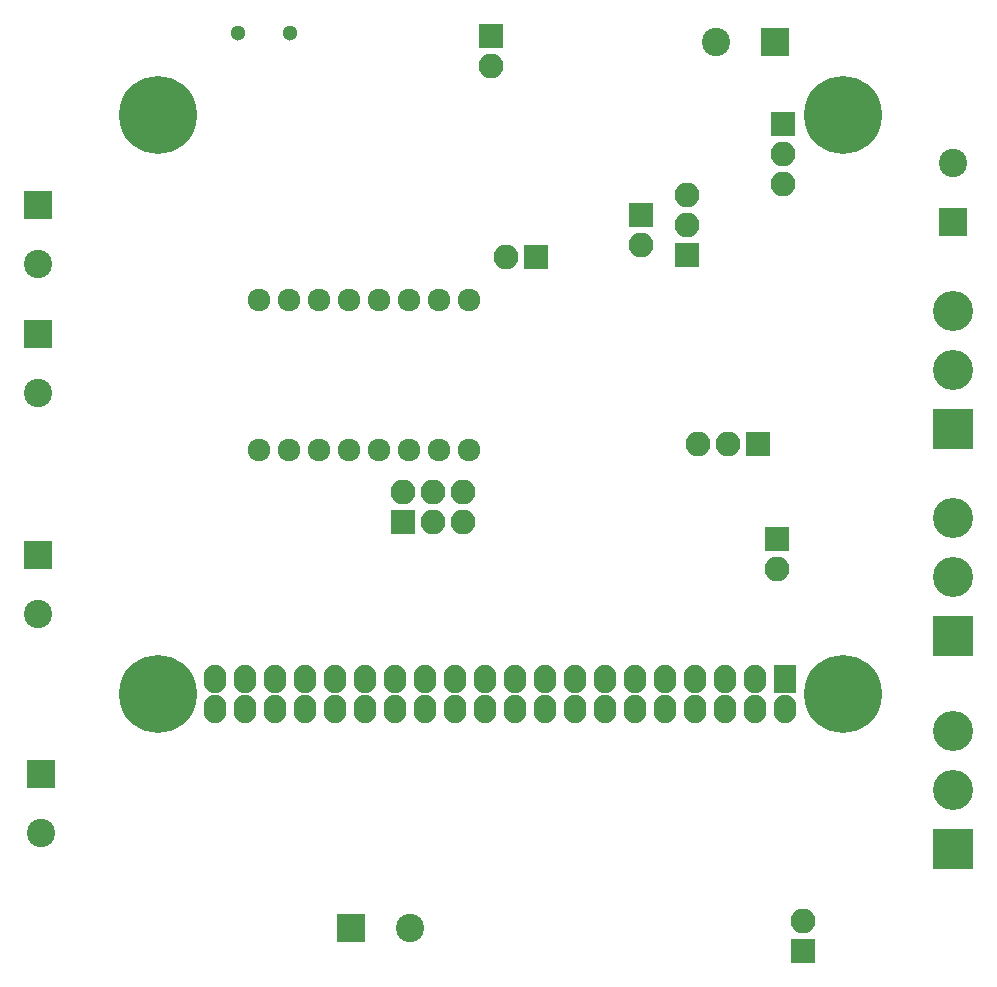
<source format=gbs>
G04 #@! TF.FileFunction,Soldermask,Bot*
%FSLAX46Y46*%
G04 Gerber Fmt 4.6, Leading zero omitted, Abs format (unit mm)*
G04 Created by KiCad (PCBNEW 4.0.7-e2-6376~61~ubuntu18.04.1) date Wed Jan  8 18:11:24 2020*
%MOMM*%
%LPD*%
G01*
G04 APERTURE LIST*
%ADD10C,0.100000*%
%ADD11O,1.900000X2.400000*%
%ADD12R,1.900000X2.400000*%
%ADD13C,6.600000*%
%ADD14C,3.400000*%
%ADD15R,3.400000X3.400000*%
%ADD16C,2.400000*%
%ADD17R,2.400000X2.400000*%
%ADD18R,2.100000X2.100000*%
%ADD19O,2.100000X2.100000*%
%ADD20C,1.924000*%
%ADD21C,1.300000*%
G04 APERTURE END LIST*
D10*
D11*
X82550000Y-133900000D03*
X82550000Y-131360000D03*
X85090000Y-133900000D03*
X85090000Y-131360000D03*
X87630000Y-133900000D03*
X87630000Y-131360000D03*
X90170000Y-133900000D03*
X90170000Y-131360000D03*
X92710000Y-133900000D03*
X92710000Y-131360000D03*
X95250000Y-133900000D03*
X95250000Y-131360000D03*
X97790000Y-133900000D03*
X97790000Y-131360000D03*
X100330000Y-133900000D03*
X100330000Y-131360000D03*
X102870000Y-133900000D03*
X102870000Y-131360000D03*
X105410000Y-133900000D03*
X105410000Y-131360000D03*
X107950000Y-133900000D03*
X107950000Y-131360000D03*
X110490000Y-133900000D03*
X110490000Y-131360000D03*
X113030000Y-133900000D03*
X113030000Y-131360000D03*
X115570000Y-133900000D03*
X115570000Y-131360000D03*
X118110000Y-133900000D03*
X118110000Y-131360000D03*
X120650000Y-133900000D03*
X120650000Y-131360000D03*
X123190000Y-133900000D03*
X123190000Y-131360000D03*
X125730000Y-133900000D03*
X125730000Y-131360000D03*
X128270000Y-133900000D03*
X128270000Y-131360000D03*
X130810000Y-133900000D03*
D12*
X130810000Y-131360000D03*
D13*
X135680000Y-83630000D03*
X77680000Y-83630000D03*
X77680000Y-132630000D03*
X135680000Y-132630000D03*
D14*
X145034000Y-135796000D03*
X145034000Y-140796000D03*
D15*
X145034000Y-145796000D03*
D14*
X145034000Y-117762000D03*
X145034000Y-122762000D03*
D15*
X145034000Y-127762000D03*
D16*
X124921000Y-77470000D03*
D17*
X129921000Y-77470000D03*
D16*
X67524000Y-107173000D03*
D17*
X67524000Y-102173000D03*
D16*
X67524000Y-96251000D03*
D17*
X67524000Y-91251000D03*
D18*
X98425000Y-118110000D03*
D19*
X98425000Y-115570000D03*
X100965000Y-118110000D03*
X100965000Y-115570000D03*
X103505000Y-118110000D03*
X103505000Y-115570000D03*
D16*
X67818000Y-144446000D03*
D17*
X67818000Y-139446000D03*
D16*
X145034000Y-87710000D03*
D17*
X145034000Y-92710000D03*
D14*
X145034000Y-100236000D03*
X145034000Y-105236000D03*
D15*
X145034000Y-110236000D03*
D18*
X130643000Y-84393000D03*
D19*
X130643000Y-86933000D03*
X130643000Y-89473000D03*
D18*
X105918000Y-76962000D03*
D19*
X105918000Y-79502000D03*
D16*
X67564000Y-125904000D03*
D17*
X67564000Y-120904000D03*
D18*
X128524000Y-111506000D03*
D19*
X125984000Y-111506000D03*
X123444000Y-111506000D03*
D18*
X132334000Y-154432000D03*
D19*
X132334000Y-151892000D03*
D18*
X130135000Y-119508500D03*
D19*
X130135000Y-122048500D03*
D18*
X118618000Y-92075000D03*
D19*
X118618000Y-94615000D03*
D18*
X122478800Y-95465900D03*
D19*
X122478800Y-92925900D03*
X122478800Y-90385900D03*
D18*
X109728000Y-95631000D03*
D19*
X107188000Y-95631000D03*
D16*
X98990800Y-152465000D03*
D17*
X93990800Y-152465000D03*
D20*
X86233000Y-112014000D03*
X96393000Y-112014000D03*
X98933000Y-112014000D03*
X88773000Y-112014000D03*
X91313000Y-112014000D03*
X93853000Y-112014000D03*
X101473000Y-112014000D03*
X104013000Y-112014000D03*
X86233000Y-99314000D03*
X88773000Y-99314000D03*
X91313000Y-99314000D03*
X93853000Y-99314000D03*
X96393000Y-99314000D03*
X98933000Y-99314000D03*
X101473000Y-99314000D03*
X104013000Y-99314000D03*
D21*
X88901000Y-76719000D03*
X84501000Y-76719000D03*
M02*

</source>
